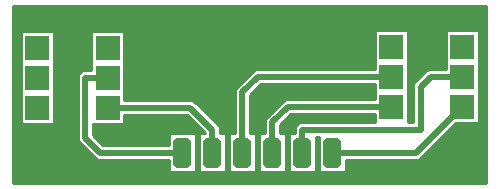
<source format=gbr>
G04 PROTEUS RS274X GERBER FILE*
%FSLAX45Y45*%
%MOMM*%
G01*
%ADD10C,0.508000*%
%ADD11C,0.254000*%
%ADD12R,2.032000X2.032000*%
%AMDIL003*
4,1,8,
-0.762000,0.965200,-0.457200,1.270000,0.457200,1.270000,0.762000,0.965200,0.762000,-0.965200,
0.457200,-1.270000,-0.457200,-1.270000,-0.762000,-0.965200,-0.762000,0.965200,
0*%
%ADD13DIL003*%
G36*
X-800000Y+2000000D02*
X+3200000Y+2000000D01*
X+3200000Y+500000D01*
X-800000Y+500000D01*
X-800000Y+2000000D01*
G37*
%LPC*%
G36*
X-460301Y+1506301D02*
X-460301Y+998301D01*
X-739699Y+998301D01*
X-739699Y+1785699D01*
X-460301Y+1785699D01*
X-460301Y+1506301D01*
G37*
G36*
X+139699Y+1506301D02*
X+139699Y+1201499D01*
X+724801Y+1201499D01*
X+947499Y+978801D01*
X+947499Y+919099D01*
X+998299Y+919099D01*
X+998299Y+588901D01*
X+769701Y+588901D01*
X+769701Y+919099D01*
X+820501Y+919099D01*
X+820501Y+926199D01*
X+672199Y+1074501D01*
X+139699Y+1074501D01*
X+139699Y+998301D01*
X-127001Y+998301D01*
X-127001Y+907301D01*
X-37199Y+817499D01*
X+515701Y+817499D01*
X+515701Y+919099D01*
X+744299Y+919099D01*
X+744299Y+588901D01*
X+515701Y+588901D01*
X+515701Y+690501D01*
X-89801Y+690501D01*
X-253999Y+854699D01*
X-253999Y+1418301D01*
X-216801Y+1455499D01*
X-139699Y+1455499D01*
X-139699Y+1785699D01*
X+139699Y+1785699D01*
X+139699Y+1506301D01*
G37*
G36*
X+3139699Y+1514301D02*
X+3139699Y+1006301D01*
X+2950101Y+1006301D01*
X+2634301Y+690501D01*
X+2014299Y+690501D01*
X+2014299Y+588901D01*
X+1785701Y+588901D01*
X+1785701Y+889001D01*
X+1760299Y+889001D01*
X+1760299Y+588901D01*
X+1531701Y+588901D01*
X+1531701Y+919099D01*
X+1582501Y+919099D01*
X+1582501Y+978801D01*
X+1619699Y+1015999D01*
X+2260301Y+1015999D01*
X+2260301Y+1082501D01*
X+1548301Y+1082501D01*
X+1455499Y+989699D01*
X+1455499Y+919099D01*
X+1506299Y+919099D01*
X+1506299Y+588901D01*
X+1277701Y+588901D01*
X+1277701Y+919099D01*
X+1328501Y+919099D01*
X+1328501Y+1042301D01*
X+1495699Y+1209499D01*
X+2260301Y+1209499D01*
X+2260301Y+1336501D01*
X+1294301Y+1336501D01*
X+1201499Y+1243699D01*
X+1201499Y+919099D01*
X+1252299Y+919099D01*
X+1252299Y+588901D01*
X+1023701Y+588901D01*
X+1023701Y+919099D01*
X+1074501Y+919099D01*
X+1074501Y+1296301D01*
X+1241699Y+1463499D01*
X+2260301Y+1463499D01*
X+2260301Y+1793699D01*
X+2539699Y+1793699D01*
X+2539699Y+1015999D01*
X+2586501Y+1015999D01*
X+2586501Y+1342801D01*
X+2707199Y+1463499D01*
X+2860301Y+1463499D01*
X+2860301Y+1793699D01*
X+3139699Y+1793699D01*
X+3139699Y+1514301D01*
G37*
%LPD*%
D10*
X+1900000Y+754000D02*
X+2608000Y+754000D01*
X+3000000Y+1146000D01*
X+1392000Y+754000D02*
X+1392000Y+1016000D01*
X+1522000Y+1146000D01*
X+2400000Y+1146000D01*
X+884000Y+754000D02*
X+884000Y+952500D01*
X+698500Y+1138000D01*
X+0Y+1138000D01*
X+630000Y+754000D02*
X-63500Y+754000D01*
X-190500Y+881000D01*
X-190500Y+1392000D01*
X+0Y+1392000D01*
X+1138000Y+754000D02*
X+1138000Y+1270000D01*
X+1268000Y+1400000D01*
X+2400000Y+1400000D01*
X+1646000Y+754000D02*
X+1646000Y+952500D01*
X+2650000Y+952500D01*
X+2650000Y+1316500D01*
X+2733500Y+1400000D01*
X+3000000Y+1400000D01*
D11*
X-800000Y+2000000D02*
X+3200000Y+2000000D01*
X+3200000Y+500000D01*
X-800000Y+500000D01*
X-800000Y+2000000D01*
X-460301Y+1506301D02*
X-460301Y+998301D01*
X-739699Y+998301D01*
X-739699Y+1785699D01*
X-460301Y+1785699D01*
X-460301Y+1506301D01*
X+139699Y+1506301D02*
X+139699Y+1201499D01*
X+724801Y+1201499D01*
X+947499Y+978801D01*
X+947499Y+919099D01*
X+998299Y+919099D01*
X+998299Y+588901D01*
X+769701Y+588901D01*
X+769701Y+919099D01*
X+820501Y+919099D01*
X+820501Y+926199D01*
X+672199Y+1074501D01*
X+139699Y+1074501D01*
X+139699Y+998301D01*
X-127001Y+998301D01*
X-127001Y+907301D01*
X-37199Y+817499D01*
X+515701Y+817499D01*
X+515701Y+919099D01*
X+744299Y+919099D01*
X+744299Y+588901D01*
X+515701Y+588901D01*
X+515701Y+690501D01*
X-89801Y+690501D01*
X-253999Y+854699D01*
X-253999Y+1418301D01*
X-216801Y+1455499D01*
X-139699Y+1455499D01*
X-139699Y+1785699D01*
X+139699Y+1785699D01*
X+139699Y+1506301D01*
X+3139699Y+1514301D02*
X+3139699Y+1006301D01*
X+2950101Y+1006301D01*
X+2634301Y+690501D01*
X+2014299Y+690501D01*
X+2014299Y+588901D01*
X+1785701Y+588901D01*
X+1785701Y+889001D01*
X+1760299Y+889001D01*
X+1760299Y+588901D01*
X+1531701Y+588901D01*
X+1531701Y+919099D01*
X+1582501Y+919099D01*
X+1582501Y+978801D01*
X+1619699Y+1015999D01*
X+2260301Y+1015999D01*
X+2260301Y+1082501D01*
X+1548301Y+1082501D01*
X+1455499Y+989699D01*
X+1455499Y+919099D01*
X+1506299Y+919099D01*
X+1506299Y+588901D01*
X+1277701Y+588901D01*
X+1277701Y+919099D01*
X+1328501Y+919099D01*
X+1328501Y+1042301D01*
X+1495699Y+1209499D01*
X+2260301Y+1209499D01*
X+2260301Y+1336501D01*
X+1294301Y+1336501D01*
X+1201499Y+1243699D01*
X+1201499Y+919099D01*
X+1252299Y+919099D01*
X+1252299Y+588901D01*
X+1023701Y+588901D01*
X+1023701Y+919099D01*
X+1074501Y+919099D01*
X+1074501Y+1296301D01*
X+1241699Y+1463499D01*
X+2260301Y+1463499D01*
X+2260301Y+1793699D01*
X+2539699Y+1793699D01*
X+2539699Y+1015999D01*
X+2586501Y+1015999D01*
X+2586501Y+1342801D01*
X+2707199Y+1463499D01*
X+2860301Y+1463499D01*
X+2860301Y+1793699D01*
X+3139699Y+1793699D01*
X+3139699Y+1514301D01*
D12*
X-600000Y+1138000D03*
X-600000Y+1392000D03*
X-600000Y+1646000D03*
X+0Y+1646000D03*
X+0Y+1392000D03*
X+0Y+1138000D03*
X+2400000Y+1146000D03*
X+2400000Y+1400000D03*
X+2400000Y+1654000D03*
X+3000000Y+1654000D03*
X+3000000Y+1400000D03*
X+3000000Y+1146000D03*
D13*
X+1900000Y+754000D03*
X+1646000Y+754000D03*
X+1392000Y+754000D03*
X+1138000Y+754000D03*
X+884000Y+754000D03*
X+630000Y+754000D03*
M02*

</source>
